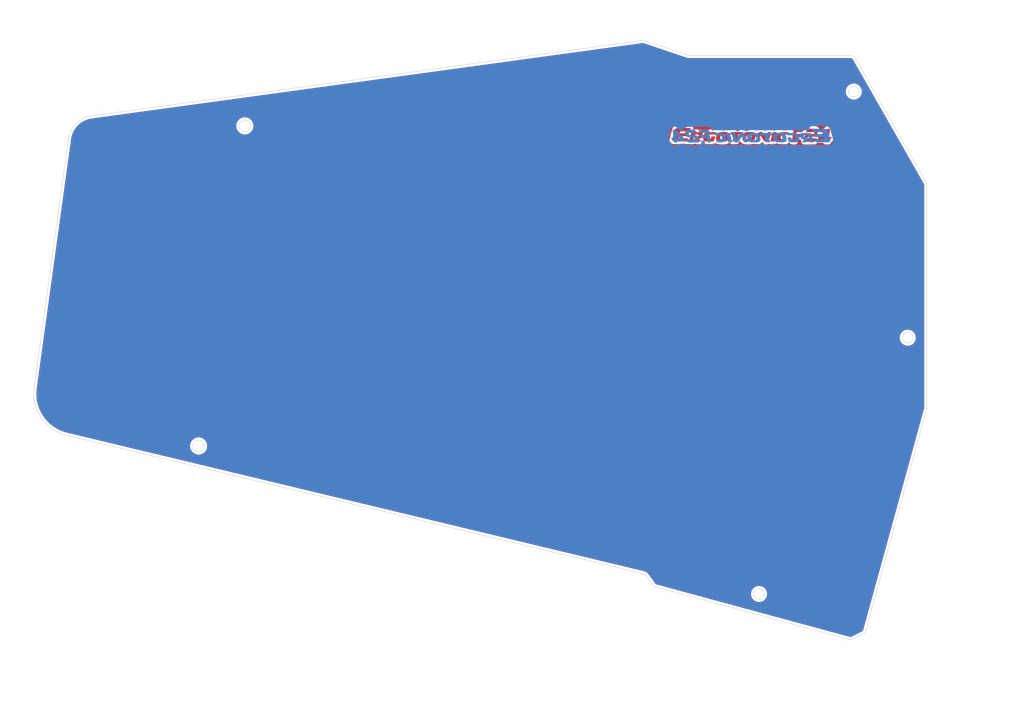
<source format=kicad_pcb>
(kicad_pcb (version 20211014) (generator pcbnew)
  (layers (0 "F.Cu" signal) (31 "B.Cu" signal) (34 "B.Paste" user) (35 "F.Paste" user) (36 "B.SilkS" user "B.Silkscreen") (37 "F.SilkS" user "F.Silkscreen") (38 "B.Mask" user) (39 "F.Mask" user) (44 "Edge.Cuts" user))
  (net 0 "")
  (footprint "willow:f24logo_f_cu" (layer "F.Cu") (at -34.8 19.3)
    (fp_text reference "G***" hide)
    (fp_text value "LOGO" hide)
    (fp_poly (pts (xy 8.893495 -1.390487) (xy 8.921162 -1.390232) (xy 9.941367 -1.380434) (xy 9.718434 -1.076739) (xy 9.495501 -0.773043) (xy 8.925866 -0.773043) (xy 8.702674 -0.771862) (xy 8.54366 -0.767761) (xy 8.439409 -0.759903) (xy 8.380505 -0.747452) (xy 8.357532 -0.729571) (xy 8.356232 -0.722427) (xy 8.34931 -0.65161) (xy 8.333387 -0.557585) (xy 8.310541 -0.44336) (xy 9.009933 -0.433346) (xy 9.709324 -0.423333) (xy 9.502519 -0.138043) (xy 9.295715 0.147247) (xy 8.773237 0.147247) (xy 8.565607 0.1481) (xy 8.420146 0.151568) (xy 8.325409 0.159015) (xy 8.269951 0.171807) (xy 8.242328 0.191307) (xy 8.23285 0.211667) (xy 8.221025 0.274122) (xy 8.20351 0.390808) (xy 8.18303 0.542812) (xy 8.169199 0.653406) (xy 8.123457 1.030725) (xy 7.834917 1.030725) (xy 7.675742 1.026602) (xy 7.582143 1.013426) (xy 7.546492 0.989982) (xy 7.545642 0.984711) (xy 7.55018 0.925212) (xy 7.56364 0.806469) (xy 7.584528 0.639135) (xy 7.61135 0.433861) (xy 7.642612 0.201299) (xy 7.676821 -0.0479) (xy 7.712482 -0.303084) (xy 7.748102 -0.553601) (xy 7.782186 -0.7888) (xy 7.813242 -0.998029) (xy 7.839774 -1.170636) (xy 7.86029 -1.29597) (xy 7.873296 -1.363379) (xy 7.876132 -1.371826) (xy 7.918042 -1.378843) (xy 8.023901 -1.384524) (xy 8.184041 -1.388699) (xy 8.388797 -1.391198) (xy 8.628504 -1.391851)) (layer "F.Cu") (width 0) (fill solid))
    (fp_poly (pts (xy 14.487105 -1.414348) (xy 14.575957 -1.355087) (xy 14.613336 -1.302166) (xy 14.637193 -1.231554) (xy 14.647538 -1.133335) (xy 14.64438 -0.997592) (xy 14.627727 -0.814408) (xy 14.59759 -0.573867) (xy 14.576815 -0.424394) (xy 14.550518 -0.237418) (xy 14.528425 -0.07686) (xy 14.512413 0.043369) (xy 14.50436 0.109359) (xy 14.503768 0.116964) (xy 14.537471 0.131707) (xy 14.626174 0.145088) (xy 14.751263 0.154375) (xy 14.761757 0.154837) (xy 15.019745 0.165653) (xy 14.824315 0.44174) (xy 14.707762 0.595586) (xy 14.617287 0.689353) (xy 14.546812 0.72919) (xy 14.538717 0.730741) (xy 14.44733 0.763454) (xy 14.402976 0.837785) (xy 14.393897 0.929493) (xy 14.393333 1.030725) (xy 13.841159 1.030725) (xy 13.841159 0.736232) (xy 12.558097 0.736232) (xy 12.481802 0.639239) (xy 12.417461 0.520802) (xy 12.416569 0.398042) (xy 12.469927 0.268011) (xy 12.510813 0.217264) (xy 12.57896 0.145019) (xy 13.344203 0.145019) (xy 13.940125 0.147247) (xy 13.982643 -0.153409) (xy 14.001136 -0.292431) (xy 14.013189 -0.399647) (xy 14.016906 -0.457442) (xy 14.015986 -0.462659) (xy 13.987233 -0.442457) (xy 13.915465 -0.381096) (xy 13.811266 -0.287888) (xy 13.685223 -0.172146) (xy 13.675507 -0.163117) (xy 13.344203 0.145019) (xy 12.57896 0.145019) (xy 12.597928 0.124911) (xy 12.722964 -0.001197) (xy 12.87761 -0.153211) (xy 13.053558 -0.32328) (xy 13.242496 -0.503556) (xy 13.436115 -0.686188) (xy 13.626106 -0.863328) (xy 13.804158 -1.027124) (xy 13.961963 -1.169727) (xy 14.09121 -1.283288) (xy 14.183589 -1.359957) (xy 14.223341 -1.388333) (xy 14.357326 -1.4312)) (layer "F.Cu") (width 0) (fill solid))
    (fp_poly (pts (xy -12.421973 -1.545441) (xy -12.149105 -1.543605) (xy -11.909371 -1.540733) (xy -11.711157 -1.536978) (xy -11.562851 -1.532491) (xy -11.472838 -1.527427) (xy -11.448406 -1.522906) (xy -11.45752 -1.4789) (xy -11.481745 -1.382404) (xy -11.516405 -1.251843) (xy -11.527804 -1.210008) (xy -11.607203 -0.920289) (xy -12.460795 -0.920289) (xy -12.74899 -0.919915) (xy -12.972382 -0.917314) (xy -13.139793 -0.910269) (xy -13.260043 -0.896562) (xy -13.341952 -0.873975) (xy -13.394341 -0.840292) (xy -13.426031 -0.793295) (xy -13.445843 -0.730766) (xy -13.458802 -0.669396) (xy -13.482246 -0.552174) (xy -12.612573 -0.552174) (xy -12.368366 -0.551059) (xy -12.150668 -0.547928) (xy -11.969615 -0.543105) (xy -11.835346 -0.53691) (xy -11.757996 -0.529665) (xy -11.743042 -0.524565) (xy -11.752477 -0.477457) (xy -11.777052 -0.380739) (xy -11.810795 -0.257681) (xy -11.878405 -0.018405) (xy -13.650849 0.001295) (xy -13.675388 0.146543) (xy -13.685594 0.24835) (xy -13.680353 0.320135) (xy -13.676342 0.329954) (xy -13.630827 0.343506) (xy -13.514715 0.354226) (xy -13.330982 0.361986) (xy -13.082604 0.366657) (xy -12.792624 0.368116) (xy -11.932491 0.368116) (xy -12.015094 0.671812) (xy -12.097696 0.975508) (xy -13.365152 0.983856) (xy -13.760643 0.985385) (xy -14.084586 0.98425) (xy -14.339007 0.980403) (xy -14.525936 0.973793) (xy -14.647401 0.964374) (xy -14.705428 0.952096) (xy -14.706232 0.951671) (xy -14.821939 0.855283) (xy -14.869793 0.731502) (xy -14.871127 0.701588) (xy -14.860873 0.629948) (xy -14.832925 0.500707) (xy -14.790571 0.325753) (xy -14.7371 0.116969) (xy -14.675797 -0.113758) (xy -14.60995 -0.354544) (xy -14.542847 -0.593502) (xy -14.477776 -0.818747) (xy -14.418022 -1.018393) (xy -14.366875 -1.180556) (xy -14.327621 -1.29335) (xy -14.306007 -1.341612) (xy -14.269173 -1.393152) (xy -14.227883 -1.435233) (xy -14.174721 -1.46881) (xy -14.102273 -1.494841) (xy -14.003123 -1.51428) (xy -13.869857 -1.528083) (xy -13.695058 -1.537206) (xy -13.471312 -1.542604) (xy -13.191203 -1.545235) (xy -12.847317 -1.546052) (xy -12.719588 -1.546087)) (layer "F.Cu") (width 0) (fill solid))
    (fp_poly (pts (xy -9.827731 -0.767371) (xy -9.643214 -0.758848) (xy -9.50436 -0.742519) (xy -9.401884 -0.717028) (xy -9.326495 -0.681019) (xy -9.268907 -0.633137) (xy -9.241685 -0.601541) (xy -9.182683 -0.47159) (xy -9.167643 -0.297785) (xy -9.196547 -0.095314) (xy -9.24243 0.054038) (xy -9.344932 0.248011) (xy -9.485971 0.380292) (xy -9.669413 0.454139) (xy -9.730234 0.464971) (xy -9.901169 0.488401) (xy -9.677083 0.741157) (xy -9.452998 0.993913) (xy -10.26458 0.993913) (xy -10.487669 0.727029) (xy -10.603433 0.581318) (xy -10.673754 0.472796) (xy -10.706533 0.38791) (xy -10.711466 0.343179) (xy -10.680882 0.21724) (xy -10.58888 0.129781) (xy -10.437707 0.082315) (xy -10.310473 0.073624) (xy -10.131591 0.057198) (xy -10.010758 0.004595) (xy -9.939336 -0.089169) (xy -9.919705 -0.15189) (xy -9.910652 -0.227744) (xy -9.930065 -0.278726) (xy -9.988572 -0.309644) (xy -10.0968 -0.325305) (xy -10.265375 -0.330513) (xy -10.315154 -0.33074) (xy -10.475131 -0.328732) (xy -10.576811 -0.320196) (xy -10.635422 -0.302385) (xy -10.666193 -0.272555) (xy -10.669344 -0.266884) (xy -10.689636 -0.210875) (xy -10.724502 -0.096969) (xy -10.770069 0.061457) (xy -10.822461 0.251027) (xy -10.861289 0.395725) (xy -11.01985 0.993913) (xy -11.381374 0.993913) (xy -11.534389 0.991533) (xy -11.655321 0.985123) (xy -11.728447 0.975778) (xy -11.742899 0.968746) (xy -11.733717 0.927245) (xy -11.708045 0.825459) (xy -11.668692 0.674152) (xy -11.618467 0.484088) (xy -11.560177 0.266031) (xy -11.538771 0.186499) (xy -11.464014 -0.085281) (xy -11.402853 -0.294001) (xy -11.352277 -0.448324) (xy -11.309271 -0.556915) (xy -11.270824 -0.628437) (xy -11.243521 -0.662608) (xy -11.211653 -0.693082) (xy -11.1777 -0.716114) (xy -11.131355 -0.73293) (xy -11.062309 -0.744757) (xy -10.960255 -0.75282) (xy -10.814885 -0.758348) (xy -10.61589 -0.762565) (xy -10.37091 -0.766427) (xy -10.0672 -0.769446)) (layer "F.Cu") (width 0) (fill solid))
    (fp_poly (pts (xy 6.83088 -0.643671) (xy 6.806423 -0.516421) (xy 6.780557 -0.429431) (xy 6.740161 -0.37506) (xy 6.672113 -0.345666) (xy 6.56329 -0.333607) (xy 6.400571 -0.33124) (xy 6.294511 -0.331304) (xy 6.037031 -0.325878) (xy 5.841867 -0.305794) (xy 5.698259 -0.265339) (xy 5.595446 -0.198803) (xy 5.522667 -0.100472) (xy 5.469162 0.035363) (xy 5.446335 0.118883) (xy 5.419122 0.263011) (xy 5.423626 0.371973) (xy 5.466992 0.45042) (xy 5.556365 0.502999) (xy 5.698892 0.534359) (xy 5.901717 0.549149) (xy 6.112364 0.552174) (xy 6.544757 0.552174) (xy 6.485578 0.773044) (xy 6.426399 0.993913) (xy 5.836025 0.991451) (xy 5.541383 0.986249) (xy 5.31048 0.973529) (xy 5.14705 0.953551) (xy 5.086215 0.939235) (xy 4.900791 0.85554) (xy 4.773802 0.734577) (xy 4.700252 0.569029) (xy 4.675147 0.351579) (xy 4.675072 0.33701) (xy 4.69364 0.12155) (xy 4.744298 -0.097063) (xy 4.819482 -0.294958) (xy 4.911624 -0.44826) (xy 4.931249 -0.47128) (xy 5.01966 -0.559255) (xy 5.111219 -0.627301) (xy 5.21696 -0.678148) (xy 5.347918 -0.714528) (xy 5.515128 -0.739173) (xy 5.729624 -0.754814) (xy 6.002441 -0.764183) (xy 6.124662 -0.766684) (xy 6.856425 -0.77984)) (layer "F.Cu") (width 0) (fill solid))
    (fp_poly (pts (xy 1.845771 -0.802473) (xy 1.968647 -0.766697) (xy 2.032627 -0.712531) (xy 2.126526 -0.596433) (xy 2.247383 -0.422344) (xy 2.36263 -0.242132) (xy 2.493225 -0.032878) (xy 2.590781 0.120279) (xy 2.660671 0.224048) (xy 2.708269 0.285138) (xy 2.738951 0.310257) (xy 2.758091 0.306116) (xy 2.771064 0.279423) (xy 2.773684 0.270989) (xy 2.794834 0.196851) (xy 2.829839 0.071089) (xy 2.873364 -0.086839) (xy 2.920075 -0.257479) (xy 2.964641 -0.421373) (xy 3.001726 -0.559067) (xy 3.017005 -0.616594) (xy 3.0582 -0.773043) (xy 3.351274 -0.773043) (xy 3.487658 -0.76985) (xy 3.59021 -0.761369) (xy 3.641477 -0.749243) (xy 3.644264 -0.745434) (xy 3.634608 -0.693817) (xy 3.608151 -0.584538) (xy 3.568493 -0.430673) (xy 3.519233 -0.245301) (xy 3.463972 -0.041501) (xy 3.406309 0.167652) (xy 3.349845 0.369079) (xy 3.298178 0.549702) (xy 3.25491 0.696443) (xy 3.223639 0.796225) (xy 3.209617 0.833571) (xy 3.127724 0.917448) (xy 2.995247 0.98137) (xy 2.833501 1.021226) (xy 2.663798 1.032908) (xy 2.507454 1.012306) (xy 2.430847 0.98372) (xy 2.377503 0.935109) (xy 2.294622 0.832376) (xy 2.189354 0.685229) (xy 2.068848 0.503376) (xy 2.018151 0.423364) (xy 1.908498 0.250624) (xy 1.810694 0.101187) (xy 1.731965 -0.014272) (xy 1.679532 -0.085078) (xy 1.662416 -0.102334) (xy 1.638464 -0.074599) (xy 1.603415 0.009107) (xy 1.563391 0.133177) (xy 1.547075 0.19168) (xy 1.49874 0.372269) (xy 1.447655 0.562597) (xy 1.404192 0.724025) (xy 1.400896 0.736232) (xy 1.336271 0.975508) (xy 1.033283 0.986247) (xy 0.884783 0.990161) (xy 0.796291 0.987179) (xy 0.754314 0.974677) (xy 0.74536 0.950031) (xy 0.749425 0.93103) (xy 0.764397 0.876355) (xy 0.794969 0.762444) (xy 0.837953 0.601246) (xy 0.890164 0.404713) (xy 0.948417 0.184794) (xy 0.958347 0.147247) (xy 1.019427 -0.075997) (xy 1.078566 -0.278007) (xy 1.131918 -0.446705) (xy 1.175635 -0.570007) (xy 1.20587 -0.635835) (xy 1.20907 -0.64008) (xy 1.325573 -0.725611) (xy 1.487115 -0.783952) (xy 1.66881 -0.810955)) (layer "F.Cu") (width 0) (fill solid))
    (fp_poly (pts (xy -1.64948 -0.553309) (xy -1.708355 -0.333575) (xy -2.111964 -0.323236) (xy -2.515573 -0.312898) (xy -2.688274 0.331305) (xy -2.860976 0.975508) (xy -3.232649 0.985981) (xy -3.604322 0.996453) (xy -3.553242 0.820328) (xy -3.524396 0.717552) (xy -3.48232 0.563426) (xy -3.432396 0.377832) (xy -3.380001 0.180652) (xy -3.373617 0.15645) (xy -3.245073 -0.331304) (xy -4.041568 -0.331304) (xy -3.982389 -0.552174) (xy -3.92321 -0.773043) (xy -1.590606 -0.773043)) (layer "F.Cu") (width 0) (fill solid))
    (fp_poly (pts (xy -4.785602 -0.782194) (xy -4.558012 -0.733416) (xy -4.386501 -0.654628) (xy -4.266433 -0.543443) (xy -4.193173 -0.397479) (xy -4.162083 -0.214349) (xy -4.160285 -0.147246) (xy -4.185528 0.158884) (xy -4.257904 0.42746) (xy -4.373591 0.651609) (xy -4.528767 0.82446) (xy -4.719612 0.93914) (xy -4.775298 0.958793) (xy -4.897807 0.983028) (xy -5.074461 1.001106) (xy -5.286147 1.012792) (xy -5.513754 1.017852) (xy -5.738168 1.016051) (xy -5.940276 1.007154) (xy -6.100965 0.990926) (xy -6.175381 0.975992) (xy -6.381338 0.902544) (xy -6.523522 0.809468) (xy -6.611388 0.684726) (xy -6.654394 0.51628) (xy -6.662899 0.355416) (xy -6.657591 0.294567) (xy -5.916162 0.294567) (xy -5.889014 0.434821) (xy -5.81097 0.529178) (xy -5.767811 0.551917) (xy -5.638935 0.579956) (xy -5.475621 0.584159) (xy -5.31272 0.565574) (xy -5.206138 0.535012) (xy -5.089834 0.448503) (xy -4.995853 0.301085) (xy -4.930137 0.103627) (xy -4.9103 -0.006297) (xy -4.909068 -0.156546) (xy -4.957553 -0.260996) (xy -5.061942 -0.326078) (xy -5.228423 -0.358227) (xy -5.250564 -0.360012) (xy -5.467407 -0.35663) (xy -5.631181 -0.308449) (xy -5.749877 -0.211809) (xy -5.816095 -0.100911) (xy -5.891996 0.114096) (xy -5.916162 0.294567) (xy -6.657591 0.294567) (xy -6.638755 0.078621) (xy -6.570359 -0.179014) (xy -6.463764 -0.399922) (xy -6.354777 -0.538678) (xy -6.25901 -0.62422) (xy -6.158219 -0.687782) (xy -6.038727 -0.733209) (xy -5.886861 -0.764343) (xy -5.688946 -0.785028) (xy -5.431307 -0.799105) (xy -5.42756 -0.79926) (xy -5.073906 -0.803347)) (layer "F.Cu") (width 0) (fill solid))
    (fp_poly (pts (xy 4.622559 -0.764336) (xy 4.680255 -0.752975) (xy 4.694752 -0.732914) (xy 4.693554 -0.728309) (xy 4.679138 -0.679727) (xy 4.649558 -0.574007) (xy 4.608063 -0.423197) (xy 4.557904 -0.239345) (xy 4.502329 -0.0345) (xy 4.444588 0.179291) (xy 4.387931 0.389979) (xy 4.335607 0.585516) (xy 4.290866 0.753853) (xy 4.256958 0.882942) (xy 4.237131 0.960735) (xy 4.233333 0.978024) (xy 4.199118 0.984688) (xy 4.106852 0.989977) (xy 3.972105 0.99322) (xy 3.864516 0.993913) (xy 3.495699 0.993913) (xy 3.518966 0.901209) (xy 3.535186 0.839192) (xy 3.567456 0.717915) (xy 3.612612 0.549191) (xy 3.667491 0.34483) (xy 3.728929 0.116644) (xy 3.753124 0.026933) (xy 3.964014 -0.754637) (xy 4.337285 -0.765121) (xy 4.511593 -0.768037)) (layer "F.Cu") (width 0) (fill solid))
    (fp_poly (pts (xy -6.694476 -0.557273) (xy -6.752184 -0.335777) (xy -7.410063 -0.324338) (xy -8.067943 -0.312898) (xy -8.170447 -0.198084) (xy -8.246977 -0.079213) (xy -8.307238 0.074457) (xy -8.342669 0.233408) (xy -8.344703 0.368124) (xy -8.340626 0.388474) (xy -8.290869 0.472503) (xy -8.187676 0.525403) (xy -8.024516 0.549796) (xy -7.933132 0.552174) (xy -7.794933 0.543546) (xy -7.704014 0.508298) (xy -7.644646 0.43239) (xy -7.601103 0.30178) (xy -7.587337 0.243435) (xy -7.541097 0.036812) (xy -7.175621 0.036812) (xy -7.021694 0.038286) (xy -6.899767 0.042258) (xy -6.825481 0.048055) (xy -6.810145 0.052561) (xy -6.820316 0.107525) (xy -6.847007 0.212889) (xy -6.884483 0.34887) (xy -6.92701 0.495691) (xy -6.968855 0.63357) (xy -7.004283 0.742726) (xy -7.027561 0.80338) (xy -7.02809 0.804391) (xy -7.072087 0.869287) (xy -7.131902 0.917755) (xy -7.217831 0.951994) (xy -7.340171 0.974206) (xy -7.509218 0.98659) (xy -7.735268 0.991346) (xy -7.903462 0.991451) (xy -8.212009 0.986362) (xy -8.450399 0.973882) (xy -8.617425 0.954092) (xy -8.681321 0.939235) (xy -8.866745 0.85554) (xy -8.993734 0.734577) (xy -9.067284 0.569029) (xy -9.092389 0.351579) (xy -9.092464 0.33701) (xy -9.073896 0.12155) (xy -9.023238 -0.097063) (xy -8.948054 -0.294958) (xy -8.855913 -0.44826) (xy -8.836287 -0.47128) (xy -8.732822 -0.561562) (xy -8.602458 -0.646695) (xy -8.549802 -0.673744) (xy -8.48899 -0.69966) (xy -8.425896 -0.719641) (xy -8.349839 -0.734637) (xy -8.250139 -0.745598) (xy -8.116114 -0.753477) (xy -7.937085 -0.759225) (xy -7.702371 -0.763791) (xy -7.505704 -0.766704) (xy -6.636769 -0.77877)) (layer "F.Cu") (width 0) (fill solid))
    (fp_poly (pts (xy 11.450343 -1.398095) (xy 11.629274 -1.39547) (xy 11.760064 -1.389481) (xy 11.855452 -1.378859) (xy 11.928179 -1.362329) (xy 11.990983 -1.33862) (xy 12.037952 -1.316014) (xy 12.188409 -1.214081) (xy 12.283731 -1.082567) (xy 12.330817 -0.908696) (xy 12.338797 -0.758858) (xy 12.309961 -0.493935) (xy 12.226442 -0.277953) (xy 12.087712 -0.109973) (xy 11.908551 0.004048) (xy 11.839898 0.030626) (xy 11.758684 0.049487) (xy 11.651473 0.061883) (xy 11.504828 0.069065) (xy 11.305315 0.072283) (xy 11.170152 0.072815) (xy 10.928239 0.074393) (xy 10.749571 0.080385) (xy 10.623782 0.093815) (xy 10.540506 0.117703) (xy 10.489377 0.155075) (xy 10.46003 0.208952) (xy 10.442099 0.282357) (xy 10.441556 0.28529) (xy 10.419522 0.404928) (xy 12.219636 0.404928) (xy 11.992102 0.717826) (xy 11.764568 1.030725) (xy 9.791884 1.030725) (xy 9.792558 0.947899) (xy 9.798564 0.863892) (xy 9.81374 0.73192) (xy 9.835131 0.572068) (xy 9.85978 0.404418) (xy 9.88473 0.249056) (xy 9.907026 0.126063) (xy 9.923711 0.055525) (xy 9.924076 0.054477) (xy 10.008622 -0.098001) (xy 10.137991 -0.237467) (xy 10.284567 -0.334502) (xy 10.353159 -0.360931) (xy 10.432989 -0.379818) (xy 10.537304 -0.392374) (xy 10.679352 -0.399809) (xy 10.87238 -0.403331) (xy 11.046976 -0.404119) (xy 11.275581 -0.405182) (xy 11.441974 -0.408447) (xy 11.557559 -0.415069) (xy 11.633739 -0.426206) (xy 11.681919 -0.443012) (xy 11.713501 -0.466645) (xy 11.718787 -0.472246) (xy 11.771924 -0.57155) (xy 11.769406 -0.673222) (xy 11.735536 -0.728869) (xy 11.6936 -0.744989) (xy 11.600592 -0.757181) (xy 11.451186 -0.765724) (xy 11.240055 -0.770895) (xy 10.961875 -0.772973) (xy 10.88971 -0.773043) (xy 10.088057 -0.773043) (xy 10.317289 -1.08573) (xy 10.546522 -1.398417) (xy 11.210533 -1.398629)) (layer "F.Cu") (width 0) (fill solid))
    (fp_poly (pts (xy 0.11034 -0.782194) (xy 0.33793 -0.733416) (xy 0.509441 -0.654628) (xy 0.629509 -0.543443) (xy 0.702769 -0.397479) (xy 0.733859 -0.214349) (xy 0.735657 -0.147246) (xy 0.710414 0.158884) (xy 0.638038 0.42746) (xy 0.522351 0.651609) (xy 0.367175 0.82446) (xy 0.17633 0.93914) (xy 0.120644 0.958793) (xy -0.001865 0.983028) (xy -0.178519 1.001106) (xy -0.390205 1.012792) (xy -0.617812 1.017852) (xy -0.842226 1.016051) (xy -1.044334 1.007154) (xy -1.205023 0.990926) (xy -1.279439 0.975992) (xy -1.485396 0.902544) (xy -1.62758 0.809468) (xy -1.715446 0.684726) (xy -1.758452 0.51628) (xy -1.766957 0.355416) (xy -1.761649 0.294567) (xy -1.02022 0.294567) (xy -0.993072 0.434821) (xy -0.915028 0.529178) (xy -0.871869 0.551917) (xy -0.742993 0.579956) (xy -0.579679 0.584159) (xy -0.416778 0.565574) (xy -0.310196 0.535012) (xy -0.193891 0.448503) (xy -0.099911 0.301085) (xy -0.034195 0.103627) (xy -0.014358 -0.006297) (xy -0.013126 -0.156546) (xy -0.061611 -0.260996) (xy -0.166 -0.326078) (xy -0.332481 -0.358227) (xy -0.354622 -0.360012) (xy -0.571465 -0.35663) (xy -0.735239 -0.308449) (xy -0.853935 -0.211809) (xy -0.920153 -0.100911) (xy -0.996054 0.114096) (xy -1.02022 0.294567) (xy -1.761649 0.294567) (xy -1.742813 0.078621) (xy -1.674417 -0.179014) (xy -1.567822 -0.399922) (xy -1.458835 -0.538678) (xy -1.363068 -0.62422) (xy -1.262277 -0.687782) (xy -1.142785 -0.733209) (xy -0.990919 -0.764343) (xy -0.793004 -0.785028) (xy -0.535365 -0.799105) (xy -0.531618 -0.79926) (xy -0.177964 -0.803347)) (layer "F.Cu") (width 0) (fill solid))
  )
  (footprint "willow:f24logo_f_cu" (layer "B.Cu") (at -34.925691 19.45659 180)
    (fp_text reference "G***" hide)
    (fp_text value "LOGO" hide)
    (fp_poly (pts (xy -12.421973 1.545441) (xy -12.149105 1.543605) (xy -11.909371 1.540733) (xy -11.711157 1.536978) (xy -11.562851 1.532491) (xy -11.472838 1.527427) (xy -11.448406 1.522906) (xy -11.45752 1.4789) (xy -11.481745 1.382404) (xy -11.516405 1.251843) (xy -11.527804 1.210008) (xy -11.607203 0.920289) (xy -12.460795 0.920289) (xy -12.74899 0.919915) (xy -12.972382 0.917314) (xy -13.139793 0.910269) (xy -13.260043 0.896562) (xy -13.341952 0.873975) (xy -13.394341 0.840292) (xy -13.426031 0.793295) (xy -13.445843 0.730766) (xy -13.458802 0.669396) (xy -13.482246 0.552174) (xy -12.612573 0.552174) (xy -12.368366 0.551059) (xy -12.150668 0.547928) (xy -11.969615 0.543105) (xy -11.835346 0.53691) (xy -11.757996 0.529665) (xy -11.743042 0.524565) (xy -11.752477 0.477457) (xy -11.777052 0.380739) (xy -11.810795 0.257681) (xy -11.878405 0.018405) (xy -13.650849 -0.001295) (xy -13.675388 -0.146543) (xy -13.685594 -0.24835) (xy -13.680353 -0.320135) (xy -13.676342 -0.329954) (xy -13.630827 -0.343506) (xy -13.514715 -0.354226) (xy -13.330982 -0.361986) (xy -13.082604 -0.366657) (xy -12.792624 -0.368116) (xy -11.932491 -0.368116) (xy -12.015094 -0.671812) (xy -12.097696 -0.975508) (xy -13.365152 -0.983856) (xy -13.760643 -0.985385) (xy -14.084586 -0.98425) (xy -14.339007 -0.980403) (xy -14.525936 -0.973793) (xy -14.647401 -0.964374) (xy -14.705428 -0.952096) (xy -14.706232 -0.951671) (xy -14.821939 -0.855283) (xy -14.869793 -0.731502) (xy -14.871127 -0.701588) (xy -14.860873 -0.629948) (xy -14.832925 -0.500707) (xy -14.790571 -0.325753) (xy -14.7371 -0.116969) (xy -14.675797 0.113758) (xy -14.60995 0.354544) (xy -14.542847 0.593502) (xy -14.477776 0.818747) (xy -14.418022 1.018393) (xy -14.366875 1.180556) (xy -14.327621 1.29335) (xy -14.306007 1.341612) (xy -14.269173 1.393152) (xy -14.227883 1.435233) (xy -14.174721 1.46881) (xy -14.102273 1.494841) (xy -14.003123 1.51428) (xy -13.869857 1.528083) (xy -13.695058 1.537206) (xy -13.471312 1.542604) (xy -13.191203 1.545235) (xy -12.847317 1.546052) (xy -12.719588 1.546087)) (layer "B.Cu") (width 0) (fill solid))
    (fp_poly (pts (xy 1.845771 0.802473) (xy 1.968647 0.766697) (xy 2.032627 0.712531) (xy 2.126526 0.596433) (xy 2.247383 0.422344) (xy 2.36263 0.242132) (xy 2.493225 0.032878) (xy 2.590781 -0.120279) (xy 2.660671 -0.224048) (xy 2.708269 -0.285138) (xy 2.738951 -0.310257) (xy 2.758091 -0.306116) (xy 2.771064 -0.279423) (xy 2.773684 -0.270989) (xy 2.794834 -0.196851) (xy 2.829839 -0.071089) (xy 2.873364 0.086839) (xy 2.920075 0.257479) (xy 2.964641 0.421373) (xy 3.001726 0.559067) (xy 3.017005 0.616594) (xy 3.0582 0.773043) (xy 3.351274 0.773043) (xy 3.487658 0.76985) (xy 3.59021 0.761369) (xy 3.641477 0.749243) (xy 3.644264 0.745434) (xy 3.634608 0.693817) (xy 3.608151 0.584538) (xy 3.568493 0.430673) (xy 3.519233 0.245301) (xy 3.463972 0.041501) (xy 3.406309 -0.167652) (xy 3.349845 -0.369079) (xy 3.298178 -0.549702) (xy 3.25491 -0.696443) (xy 3.223639 -0.796225) (xy 3.209617 -0.833571) (xy 3.127724 -0.917448) (xy 2.995247 -0.98137) (xy 2.833501 -1.021226) (xy 2.663798 -1.032908) (xy 2.507454 -1.012306) (xy 2.430847 -0.98372) (xy 2.377503 -0.935109) (xy 2.294622 -0.832376) (xy 2.189354 -0.685229) (xy 2.068848 -0.503376) (xy 2.018151 -0.423364) (xy 1.908498 -0.250624) (xy 1.810694 -0.101187) (xy 1.731965 0.014272) (xy 1.679532 0.085078) (xy 1.662416 0.102334) (xy 1.638464 0.074599) (xy 1.603415 -0.009107) (xy 1.563391 -0.133177) (xy 1.547075 -0.19168) (xy 1.49874 -0.372269) (xy 1.447655 -0.562597) (xy 1.404192 -0.724025) (xy 1.400896 -0.736232) (xy 1.336271 -0.975508) (xy 1.033283 -0.986247) (xy 0.884783 -0.990161) (xy 0.796291 -0.987179) (xy 0.754314 -0.974677) (xy 0.74536 -0.950031) (xy 0.749425 -0.93103) (xy 0.764397 -0.876355) (xy 0.794969 -0.762444) (xy 0.837953 -0.601246) (xy 0.890164 -0.404713) (xy 0.948417 -0.184794) (xy 0.958347 -0.147247) (xy 1.019427 0.075997) (xy 1.078566 0.278007) (xy 1.131918 0.446705) (xy 1.175635 0.570007) (xy 1.20587 0.635835) (xy 1.20907 0.64008) (xy 1.325573 0.725611) (xy 1.487115 0.783952) (xy 1.66881 0.810955)) (layer "B.Cu") (width 0) (fill solid))
    (fp_poly (pts (xy -1.64948 0.553309) (xy -1.708355 0.333575) (xy -2.111964 0.323236) (xy -2.515573 0.312898) (xy -2.688274 -0.331305) (xy -2.860976 -0.975508) (xy -3.232649 -0.985981) (xy -3.604322 -0.996453) (xy -3.553242 -0.820328) (xy -3.524396 -0.717552) (xy -3.48232 -0.563426) (xy -3.432396 -0.377832) (xy -3.380001 -0.180652) (xy -3.373617 -0.15645) (xy -3.245073 0.331304) (xy -4.041568 0.331304) (xy -3.982389 0.552174) (xy -3.92321 0.773043) (xy -1.590606 0.773043)) (layer "B.Cu") (width 0) (fill solid))
    (fp_poly (pts (xy 14.487105 1.414348) (xy 14.575957 1.355087) (xy 14.613336 1.302166) (xy 14.637193 1.231554) (xy 14.647538 1.133335) (xy 14.64438 0.997592) (xy 14.627727 0.814408) (xy 14.59759 0.573867) (xy 14.576815 0.424394) (xy 14.550518 0.237418) (xy 14.528425 0.07686) (xy 14.512413 -0.043369) (xy 14.50436 -0.109359) (xy 14.503768 -0.116964) (xy 14.537471 -0.131707) (xy 14.626174 -0.145088) (xy 14.751263 -0.154375) (xy 14.761757 -0.154837) (xy 15.019745 -0.165653) (xy 14.824315 -0.44174) (xy 14.707762 -0.595586) (xy 14.617287 -0.689353) (xy 14.546812 -0.72919) (xy 14.538717 -0.730741) (xy 14.44733 -0.763454) (xy 14.402976 -0.837785) (xy 14.393897 -0.929493) (xy 14.393333 -1.030725) (xy 13.841159 -1.030725) (xy 13.841159 -0.736232) (xy 12.558097 -0.736232) (xy 12.481802 -0.639239) (xy 12.417461 -0.520802) (xy 12.416569 -0.398042) (xy 12.469927 -0.268011) (xy 12.510813 -0.217264) (xy 12.57896 -0.145019) (xy 13.344203 -0.145019) (xy 13.940125 -0.147247) (xy 13.982643 0.153409) (xy 14.001136 0.292431) (xy 14.013189 0.399647) (xy 14.016906 0.457442) (xy 14.015986 0.462659) (xy 13.987233 0.442457) (xy 13.915465 0.381096) (xy 13.811266 0.287888) (xy 13.685223 0.172146) (xy 13.675507 0.163117) (xy 13.344203 -0.145019) (xy 12.57896 -0.145019) (xy 12.597928 -0.124911) (xy 12.722964 0.001197) (xy 12.87761 0.153211) (xy 13.053558 0.32328) (xy 13.242496 0.503556) (xy 13.436115 0.686188) (xy 13.626106 0.863328) (xy 13.804158 1.027124) (xy 13.961963 1.169727) (xy 14.09121 1.283288) (xy 14.183589 1.359957) (xy 14.223341 1.388333) (xy 14.357326 1.4312)) (layer "B.Cu") (width 0) (fill solid))
    (fp_poly (pts (xy 4.622559 0.764336) (xy 4.680255 0.752975) (xy 4.694752 0.732914) (xy 4.693554 0.728309) (xy 4.679138 0.679727) (xy 4.649558 0.574007) (xy 4.608063 0.423197) (xy 4.557904 0.239345) (xy 4.502329 0.0345) (xy 4.444588 -0.179291) (xy 4.387931 -0.389979) (xy 4.335607 -0.585516) (xy 4.290866 -0.753853) (xy 4.256958 -0.882942) (xy 4.237131 -0.960735) (xy 4.233333 -0.978024) (xy 4.199118 -0.984688) (xy 4.106852 -0.989977) (xy 3.972105 -0.99322) (xy 3.864516 -0.993913) (xy 3.495699 -0.993913) (xy 3.518966 -0.901209) (xy 3.535186 -0.839192) (xy 3.567456 -0.717915) (xy 3.612612 -0.549191) (xy 3.667491 -0.34483) (xy 3.728929 -0.116644) (xy 3.753124 -0.026933) (xy 3.964014 0.754637) (xy 4.337285 0.765121) (xy 4.511593 0.768037)) (layer "B.Cu") (width 0) (fill solid))
    (fp_poly (pts (xy -4.785602 0.782194) (xy -4.558012 0.733416) (xy -4.386501 0.654628) (xy -4.266433 0.543443) (xy -4.193173 0.397479) (xy -4.162083 0.214349) (xy -4.160285 0.147246) (xy -4.185528 -0.158884) (xy -4.257904 -0.42746) (xy -4.373591 -0.651609) (xy -4.528767 -0.82446) (xy -4.719612 -0.93914) (xy -4.775298 -0.958793) (xy -4.897807 -0.983028) (xy -5.074461 -1.001106) (xy -5.286147 -1.012792) (xy -5.513754 -1.017852) (xy -5.738168 -1.016051) (xy -5.940276 -1.007154) (xy -6.100965 -0.990926) (xy -6.175381 -0.975992) (xy -6.381338 -0.902544) (xy -6.523522 -0.809468) (xy -6.611388 -0.684726) (xy -6.654394 -0.51628) (xy -6.662899 -0.355416) (xy -6.657591 -0.294567) (xy -5.916162 -0.294567) (xy -5.889014 -0.434821) (xy -5.81097 -0.529178) (xy -5.767811 -0.551917) (xy -5.638935 -0.579956) (xy -5.475621 -0.584159) (xy -5.31272 -0.565574) (xy -5.206138 -0.535012) (xy -5.089834 -0.448503) (xy -4.995853 -0.301085) (xy -4.930137 -0.103627) (xy -4.9103 0.006297) (xy -4.909068 0.156546) (xy -4.957553 0.260996) (xy -5.061942 0.326078) (xy -5.228423 0.358227) (xy -5.250564 0.360012) (xy -5.467407 0.35663) (xy -5.631181 0.308449) (xy -5.749877 0.211809) (xy -5.816095 0.100911) (xy -5.891996 -0.114096) (xy -5.916162 -0.294567) (xy -6.657591 -0.294567) (xy -6.638755 -0.078621) (xy -6.570359 0.179014) (xy -6.463764 0.399922) (xy -6.354777 0.538678) (xy -6.25901 0.62422) (xy -6.158219 0.687782) (xy -6.038727 0.733209) (xy -5.886861 0.764343) (xy -5.688946 0.785028) (xy -5.431307 0.799105) (xy -5.42756 0.79926) (xy -5.073906 0.803347)) (layer "B.Cu") (width 0) (fill solid))
    (fp_poly (pts (xy 0.11034 0.782194) (xy 0.33793 0.733416) (xy 0.509441 0.654628) (xy 0.629509 0.543443) (xy 0.702769 0.397479) (xy 0.733859 0.214349) (xy 0.735657 0.147246) (xy 0.710414 -0.158884) (xy 0.638038 -0.42746) (xy 0.522351 -0.651609) (xy 0.367175 -0.82446) (xy 0.17633 -0.93914) (xy 0.120644 -0.958793) (xy -0.001865 -0.983028) (xy -0.178519 -1.001106) (xy -0.390205 -1.012792) (xy -0.617812 -1.017852) (xy -0.842226 -1.016051) (xy -1.044334 -1.007154) (xy -1.205023 -0.990926) (xy -1.279439 -0.975992) (xy -1.485396 -0.902544) (xy -1.62758 -0.809468) (xy -1.715446 -0.684726) (xy -1.758452 -0.51628) (xy -1.766957 -0.355416) (xy -1.761649 -0.294567) (xy -1.02022 -0.294567) (xy -0.993072 -0.434821) (xy -0.915028 -0.529178) (xy -0.871869 -0.551917) (xy -0.742993 -0.579956) (xy -0.579679 -0.584159) (xy -0.416778 -0.565574) (xy -0.310196 -0.535012) (xy -0.193891 -0.448503) (xy -0.099911 -0.301085) (xy -0.034195 -0.103627) (xy -0.014358 0.006297) (xy -0.013126 0.156546) (xy -0.061611 0.260996) (xy -0.166 0.326078) (xy -0.332481 0.358227) (xy -0.354622 0.360012) (xy -0.571465 0.35663) (xy -0.735239 0.308449) (xy -0.853935 0.211809) (xy -0.920153 0.100911) (xy -0.996054 -0.114096) (xy -1.02022 -0.294567) (xy -1.761649 -0.294567) (xy -1.742813 -0.078621) (xy -1.674417 0.179014) (xy -1.567822 0.399922) (xy -1.458835 0.538678) (xy -1.363068 0.62422) (xy -1.262277 0.687782) (xy -1.142785 0.733209) (xy -0.990919 0.764343) (xy -0.793004 0.785028) (xy -0.535365 0.799105) (xy -0.531618 0.79926) (xy -0.177964 0.803347)) (layer "B.Cu") (width 0) (fill solid))
    (fp_poly (pts (xy -9.827731 0.767371) (xy -9.643214 0.758848) (xy -9.50436 0.742519) (xy -9.401884 0.717028) (xy -9.326495 0.681019) (xy -9.268907 0.633137) (xy -9.241685 0.601541) (xy -9.182683 0.47159) (xy -9.167643 0.297785) (xy -9.196547 0.095314) (xy -9.24243 -0.054038) (xy -9.344932 -0.248011) (xy -9.485971 -0.380292) (xy -9.669413 -0.454139) (xy -9.730234 -0.464971) (xy -9.901169 -0.488401) (xy -9.677083 -0.741157) (xy -9.452998 -0.993913) (xy -10.26458 -0.993913) (xy -10.487669 -0.727029) (xy -10.603433 -0.581318) (xy -10.673754 -0.472796) (xy -10.706533 -0.38791) (xy -10.711466 -0.343179) (xy -10.680882 -0.21724) (xy -10.58888 -0.129781) (xy -10.437707 -0.082315) (xy -10.310473 -0.073624) (xy -10.131591 -0.057198) (xy -10.010758 -0.004595) (xy -9.939336 0.089169) (xy -9.919705 0.15189) (xy -9.910652 0.227744) (xy -9.930065 0.278726) (xy -9.988572 0.309644) (xy -10.0968 0.325305) (xy -10.265375 0.330513) (xy -10.315154 0.33074) (xy -10.475131 0.328732) (xy -10.576811 0.320196) (xy -10.635422 0.302385) (xy -10.666193 0.272555) (xy -10.669344 0.266884) (xy -10.689636 0.210875) (xy -10.724502 0.096969) (xy -10.770069 -0.061457) (xy -10.822461 -0.251027) (xy -10.861289 -0.395725) (xy -11.01985 -0.993913) (xy -11.381374 -0.993913) (xy -11.534389 -0.991533) (xy -11.655321 -0.985123) (xy -11.728447 -0.975778) (xy -11.742899 -0.968746) (xy -11.733717 -0.927245) (xy -11.708045 -0.825459) (xy -11.668692 -0.674152) (xy -11.618467 -0.484088) (xy -11.560177 -0.266031) (xy -11.538771 -0.186499) (xy -11.464014 0.085281) (xy -11.402853 0.294001) (xy -11.352277 0.448324) (xy -11.309271 0.556915) (xy -11.270824 0.628437) (xy -11.243521 0.662608) (xy -11.211653 0.693082) (xy -11.1777 0.716114) (xy -11.131355 0.73293) (xy -11.062309 0.744757) (xy -10.960255 0.75282) (xy -10.814885 0.758348) (xy -10.61589 0.762565) (xy -10.37091 0.766427) (xy -10.0672 0.769446)) (layer "B.Cu") (width 0) (fill solid))
    (fp_poly (pts (xy -6.694476 0.557273) (xy -6.752184 0.335777) (xy -7.410063 0.324338) (xy -8.067943 0.312898) (xy -8.170447 0.198084) (xy -8.246977 0.079213) (xy -8.307238 -0.074457) (xy -8.342669 -0.233408) (xy -8.344703 -0.368124) (xy -8.340626 -0.388474) (xy -8.290869 -0.472503) (xy -8.187676 -0.525403) (xy -8.024516 -0.549796) (xy -7.933132 -0.552174) (xy -7.794933 -0.543546) (xy -7.704014 -0.508298) (xy -7.644646 -0.43239) (xy -7.601103 -0.30178) (xy -7.587337 -0.243435) (xy -7.541097 -0.036812) (xy -7.175621 -0.036812) (xy -7.021694 -0.038286) (xy -6.899767 -0.042258) (xy -6.825481 -0.048055) (xy -6.810145 -0.052561) (xy -6.820316 -0.107525) (xy -6.847007 -0.212889) (xy -6.884483 -0.34887) (xy -6.92701 -0.495691) (xy -6.968855 -0.63357) (xy -7.004283 -0.742726) (xy -7.027561 -0.80338) (xy -7.02809 -0.804391) (xy -7.072087 -0.869287) (xy -7.131902 -0.917755) (xy -7.217831 -0.951994) (xy -7.340171 -0.974206) (xy -7.509218 -0.98659) (xy -7.735268 -0.991346) (xy -7.903462 -0.991451) (xy -8.212009 -0.986362) (xy -8.450399 -0.973882) (xy -8.617425 -0.954092) (xy -8.681321 -0.939235) (xy -8.866745 -0.85554) (xy -8.993734 -0.734577) (xy -9.067284 -0.569029) (xy -9.092389 -0.351579) (xy -9.092464 -0.33701) (xy -9.073896 -0.12155) (xy -9.023238 0.097063) (xy -8.948054 0.294958) (xy -8.855913 0.44826) (xy -8.836287 0.47128) (xy -8.732822 0.561562) (xy -8.602458 0.646695) (xy -8.549802 0.673744) (xy -8.48899 0.69966) (xy -8.425896 0.719641) (xy -8.349839 0.734637) (xy -8.250139 0.745598) (xy -8.116114 0.753477) (xy -7.937085 0.759225) (xy -7.702371 0.763791) (xy -7.505704 0.766704) (xy -6.636769 0.77877)) (layer "B.Cu") (width 0) (fill solid))
    (fp_poly (pts (xy 8.893495 1.390487) (xy 8.921162 1.390232) (xy 9.941367 1.380434) (xy 9.718434 1.076739) (xy 9.495501 0.773043) (xy 8.925866 0.773043) (xy 8.702674 0.771862) (xy 8.54366 0.767761) (xy 8.439409 0.759903) (xy 8.380505 0.747452) (xy 8.357532 0.729571) (xy 8.356232 0.722427) (xy 8.34931 0.65161) (xy 8.333387 0.557585) (xy 8.310541 0.44336) (xy 9.009933 0.433346) (xy 9.709324 0.423333) (xy 9.502519 0.138043) (xy 9.295715 -0.147247) (xy 8.773237 -0.147247) (xy 8.565607 -0.1481) (xy 8.420146 -0.151568) (xy 8.325409 -0.159015) (xy 8.269951 -0.171807) (xy 8.242328 -0.191307) (xy 8.23285 -0.211667) (xy 8.221025 -0.274122) (xy 8.20351 -0.390808) (xy 8.18303 -0.542812) (xy 8.169199 -0.653406) (xy 8.123457 -1.030725) (xy 7.834917 -1.030725) (xy 7.675742 -1.026602) (xy 7.582143 -1.013426) (xy 7.546492 -0.989982) (xy 7.545642 -0.984711) (xy 7.55018 -0.925212) (xy 7.56364 -0.806469) (xy 7.584528 -0.639135) (xy 7.61135 -0.433861) (xy 7.642612 -0.201299) (xy 7.676821 0.0479) (xy 7.712482 0.303084) (xy 7.748102 0.553601) (xy 7.782186 0.7888) (xy 7.813242 0.998029) (xy 7.839774 1.170636) (xy 7.86029 1.29597) (xy 7.873296 1.363379) (xy 7.876132 1.371826) (xy 7.918042 1.378843) (xy 8.023901 1.384524) (xy 8.184041 1.388699) (xy 8.388797 1.391198) (xy 8.628504 1.391851)) (layer "B.Cu") (width 0) (fill solid))
    (fp_poly (pts (xy 6.83088 0.643671) (xy 6.806423 0.516421) (xy 6.780557 0.429431) (xy 6.740161 0.37506) (xy 6.672113 0.345666) (xy 6.56329 0.333607) (xy 6.400571 0.33124) (xy 6.294511 0.331304) (xy 6.037031 0.325878) (xy 5.841867 0.305794) (xy 5.698259 0.265339) (xy 5.595446 0.198803) (xy 5.522667 0.100472) (xy 5.469162 -0.035363) (xy 5.446335 -0.118883) (xy 5.419122 -0.263011) (xy 5.423626 -0.371973) (xy 5.466992 -0.45042) (xy 5.556365 -0.502999) (xy 5.698892 -0.534359) (xy 5.901717 -0.549149) (xy 6.112364 -0.552174) (xy 6.544757 -0.552174) (xy 6.485578 -0.773044) (xy 6.426399 -0.993913) (xy 5.836025 -0.991451) (xy 5.541383 -0.986249) (xy 5.31048 -0.973529) (xy 5.14705 -0.953551) (xy 5.086215 -0.939235) (xy 4.900791 -0.85554) (xy 4.773802 -0.734577) (xy 4.700252 -0.569029) (xy 4.675147 -0.351579) (xy 4.675072 -0.33701) (xy 4.69364 -0.12155) (xy 4.744298 0.097063) (xy 4.819482 0.294958) (xy 4.911624 0.44826) (xy 4.931249 0.47128) (xy 5.01966 0.559255) (xy 5.111219 0.627301) (xy 5.21696 0.678148) (xy 5.347918 0.714528) (xy 5.515128 0.739173) (xy 5.729624 0.754814) (xy 6.002441 0.764183) (xy 6.124662 0.766684) (xy 6.856425 0.77984)) (layer "B.Cu") (width 0) (fill solid))
    (fp_poly (pts (xy 11.450343 1.398095) (xy 11.629274 1.39547) (xy 11.760064 1.389481) (xy 11.855452 1.378859) (xy 11.928179 1.362329) (xy 11.990983 1.33862) (xy 12.037952 1.316014) (xy 12.188409 1.214081) (xy 12.283731 1.082567) (xy 12.330817 0.908696) (xy 12.338797 0.758858) (xy 12.309961 0.493935) (xy 12.226442 0.277953) (xy 12.087712 0.109973) (xy 11.908551 -0.004048) (xy 11.839898 -0.030626) (xy 11.758684 -0.049487) (xy 11.651473 -0.061883) (xy 11.504828 -0.069065) (xy 11.305315 -0.072283) (xy 11.170152 -0.072815) (xy 10.928239 -0.074393) (xy 10.749571 -0.080385) (xy 10.623782 -0.093815) (xy 10.540506 -0.117703) (xy 10.489377 -0.155075) (xy 10.46003 -0.208952) (xy 10.442099 -0.282357) (xy 10.441556 -0.28529) (xy 10.419522 -0.404928) (xy 12.219636 -0.404928) (xy 11.992102 -0.717826) (xy 11.764568 -1.030725) (xy 9.791884 -1.030725) (xy 9.792558 -0.947899) (xy 9.798564 -0.863892) (xy 9.81374 -0.73192) (xy 9.835131 -0.572068) (xy 9.85978 -0.404418) (xy 9.88473 -0.249056) (xy 9.907026 -0.126063) (xy 9.923711 -0.055525) (xy 9.924076 -0.054477) (xy 10.008622 0.098001) (xy 10.137991 0.237467) (xy 10.284567 0.334502) (xy 10.353159 0.360931) (xy 10.432989 0.379818) (xy 10.537304 0.392374) (xy 10.679352 0.399809) (xy 10.87238 0.403331) (xy 11.046976 0.404119) (xy 11.275581 0.405182) (xy 11.441974 0.408447) (xy 11.557559 0.415069) (xy 11.633739 0.426206) (xy 11.681919 0.443012) (xy 11.713501 0.466645) (xy 11.718787 0.472246) (xy 11.771924 0.57155) (xy 11.769406 0.673222) (xy 11.735536 0.728869) (xy 11.6936 0.744989) (xy 11.600592 0.757181) (xy 11.451186 0.765724) (xy 11.240055 0.770895) (xy 10.961875 0.772973) (xy 10.88971 0.773043) (xy 10.088057 0.773043) (xy 10.317289 1.08573) (xy 10.546522 1.398417) (xy 11.210533 1.398629)) (layer "B.Cu") (width 0) (fill solid))
  )
  (gr_curve (pts (xy -55.285321 1.369124) (xy -55.285321 1.369124) (xy -158.422544 15.488223) (xy -158.422544 15.488223)) (layer "Edge.Cuts") (width 0.09))
  (gr_circle (center -33.420324 104.992094) (end -32.420324 104.992094) (layer "Edge.Cuts") (width 0.09) (fill none))
  (gr_curve (pts (xy -2.035772 70.375183) (xy -2.012022 70.288819) (xy -1.999986 70.199656) (xy -1.999986 70.110083)) (layer "Edge.Cuts") (width 0.09))
  (gr_curve (pts (xy -16.276935 4.182927) (xy -16.276935 4.182927) (xy -46.474144 4.182927) (xy -46.474144 4.182927)) (layer "Edge.Cuts") (width 0.09))
  (gr_curve (pts (xy -13.956405 112.478966) (xy -13.702243 112.352143) (xy -13.514011 112.123195) (xy -13.438693 111.84931)) (layer "Edge.Cuts") (width 0.09))
  (gr_curve (pts (xy -54.829276 1.412597) (xy -54.975886 1.363009) (xy -55.131992 1.34813) (xy -55.285321 1.369124)) (layer "Edge.Cuts") (width 0.09))
  (gr_curve (pts (xy -158.422544 15.488223) (xy -160.643941 15.792318) (xy -162.391294 17.537991) (xy -162.697541 19.759065)) (layer "Edge.Cuts") (width 0.09))
  (gr_curve (pts (xy -1.999986 29.16493) (xy -1.999986 29.16493) (xy -1.999986 28.455412) (xy -1.999986 28.455412)) (layer "Edge.Cuts") (width 0.09))
  (gr_circle (center -15.684 10.941762) (end -14.684 10.941762) (layer "Edge.Cuts") (width 0.09) (fill none))
  (gr_curve (pts (xy -163.072626 75.283303) (xy -163.072626 75.283303) (xy -55.094204 101.206592) (xy -55.094204 101.206592)) (layer "Edge.Cuts") (width 0.09))
  (gr_curve (pts (xy -16.580965 113.50541) (xy -16.344136 113.569704) (xy -16.091955 113.544684) (xy -15.872395 113.435109)) (layer "Edge.Cuts") (width 0.09))
  (gr_curve (pts (xy -2.131394 27.959878) (xy -2.131394 27.959878) (xy -15.40834 4.687397) (xy -15.40834 4.687397)) (layer "Edge.Cuts") (width 0.09))
  (gr_curve (pts (xy -55.094204 101.206592) (xy -54.862758 101.262144) (xy -54.658701 101.398462) (xy -54.518744 101.591)) (layer "Edge.Cuts") (width 0.09))
  (gr_curve (pts (xy -46.794538 4.130196) (xy -46.794538 4.130196) (xy -54.829276 1.412597) (xy -54.829276 1.412597)) (layer "Edge.Cuts") (width 0.09))
  (gr_circle (center -129.682294 17.371) (end -128.582294 17.371) (layer "Edge.Cuts") (width 0.09) (fill none))
  (gr_curve (pts (xy -13.438693 111.84931) (xy -13.438693 111.84931) (xy -2.035772 70.375183) (xy -2.035772 70.375183)) (layer "Edge.Cuts") (width 0.09))
  (gr_curve (pts (xy -15.872395 113.435109) (xy -15.872395 113.435109) (xy -13.956405 112.478966) (xy -13.956405 112.478966)) (layer "Edge.Cuts") (width 0.09))
  (gr_curve (pts (xy -52.718143 103.693003) (xy -52.718143 103.693003) (xy -16.580965 113.50541) (xy -16.580965 113.50541)) (layer "Edge.Cuts") (width 0.09))
  (gr_curve (pts (xy -46.474144 4.182927) (xy -46.583095 4.182927) (xy -46.691336 4.16512) (xy -46.794538 4.130196)) (layer "Edge.Cuts") (width 0.09))
  (gr_curve (pts (xy -1.999986 28.455412) (xy -1.999986 28.281629) (xy -2.045289 28.110838) (xy -2.131394 27.959878)) (layer "Edge.Cuts") (width 0.09))
  (gr_circle (center -138.330516 77.292745) (end -137.230516 77.292745) (layer "Edge.Cuts") (width 0.09) (fill none))
  (gr_curve (pts (xy -15.40834 4.687397) (xy -15.586301 4.375465) (xy -15.917827 4.182927) (xy -16.276935 4.182927)) (layer "Edge.Cuts") (width 0.09))
  (gr_curve (pts (xy -162.697541 19.759065) (xy -162.697541 19.759065) (xy -169.130094 66.411622) (xy -169.130094 66.411622)) (layer "Edge.Cuts") (width 0.09))
  (gr_curve (pts (xy -54.518744 101.591) (xy -54.518744 101.591) (xy -53.265009 103.315894) (xy -53.265009 103.315894)) (layer "Edge.Cuts") (width 0.09))
  (gr_circle (center -5.586736 57.018427) (end -4.586736 57.018427) (layer "Edge.Cuts") (width 0.09) (fill none))
  (gr_curve (pts (xy -53.265009 103.315894) (xy -53.131016 103.50025) (xy -52.938091 103.633295) (xy -52.718143 103.693003)) (layer "Edge.Cuts") (width 0.09))
  (gr_curve (pts (xy -169.130094 66.411622) (xy -169.691925 70.486352) (xy -167.072253 74.323069) (xy -163.072626 75.283303)) (layer "Edge.Cuts") (width 0.09))
  (gr_curve (pts (xy -1.999986 70.110083) (xy -1.999986 70.110083) (xy -1.999986 29.16493) (xy -1.999986 29.16493)) (layer "Edge.Cuts") (width 0.09))
  (zone (net 0) (net_name "") (layers F&B.Cu) (connect_pads (clearance 0.508)) (min_thickness 0.254) (fill yes (thermal_gap 0.508) (thermal_bridge_width 0.508))
    (polygon (pts (xy 16.2 76.8) (xy 1.27 125.603) (xy -175.514 79.629) (xy -165.862 -0.508) (xy 14.8 -6.2)))
  )
)
</source>
